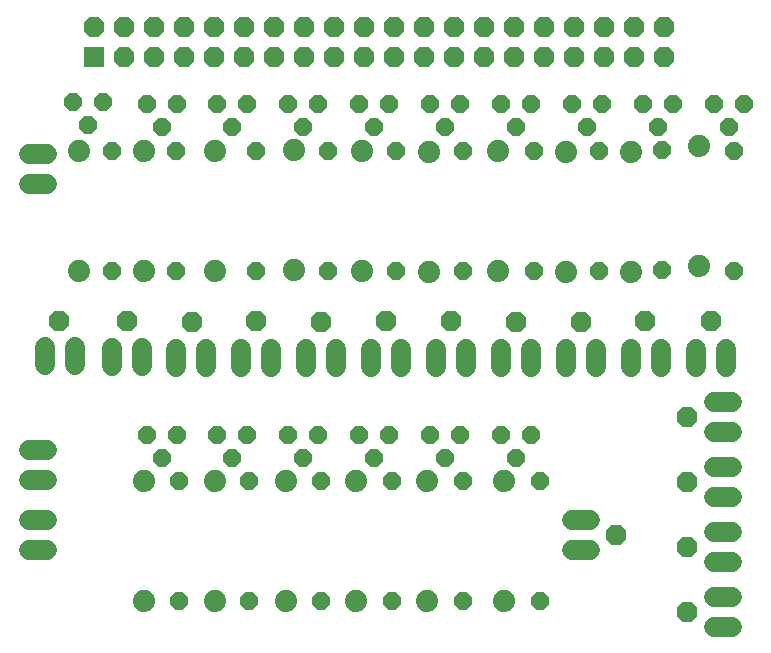
<source format=gbr>
G04 EAGLE Gerber RS-274X export*
G75*
%MOMM*%
%FSLAX34Y34*%
%LPD*%
%INSoldermask Top*%
%IPPOS*%
%AMOC8*
5,1,8,0,0,1.08239X$1,22.5*%
G01*
%ADD10C,1.879600*%
%ADD11C,1.727200*%
%ADD12P,1.869504X8X22.500000*%
%ADD13R,1.727200X1.727200*%
%ADD14P,1.649562X8X112.500000*%
%ADD15P,1.649562X8X202.500000*%
%ADD16P,1.649562X8X292.500000*%


D10*
X70000Y425800D03*
X70000Y324200D03*
D11*
X67030Y259220D02*
X67030Y243980D01*
X41630Y243980D02*
X41630Y259220D01*
D12*
X53290Y281440D03*
D13*
X82630Y505300D03*
D12*
X108030Y505300D03*
X133430Y505300D03*
X158830Y505300D03*
X184230Y505300D03*
X209630Y505300D03*
X82630Y530700D03*
X108030Y530700D03*
X133430Y530700D03*
X158830Y530700D03*
X184230Y530700D03*
X209630Y530700D03*
X235030Y505300D03*
X235030Y530700D03*
X260430Y505300D03*
X285830Y505300D03*
X311230Y505300D03*
X336630Y505300D03*
X362030Y505300D03*
X387430Y505300D03*
X260430Y530700D03*
X285830Y530700D03*
X311230Y530700D03*
X336630Y530700D03*
X362030Y530700D03*
X387430Y530700D03*
X412830Y505300D03*
X412830Y530700D03*
X438230Y505300D03*
X463630Y505300D03*
X489030Y505300D03*
X514430Y505300D03*
X539830Y505300D03*
X565230Y505300D03*
X438230Y530700D03*
X463630Y530700D03*
X489030Y530700D03*
X514430Y530700D03*
X539830Y530700D03*
X565230Y530700D03*
D14*
X98230Y324300D03*
X98230Y425900D03*
D15*
X65100Y466870D03*
X77800Y447820D03*
X90500Y466870D03*
D14*
X152460Y324200D03*
X152460Y425800D03*
D10*
X125000Y425800D03*
X125000Y324200D03*
D15*
X127300Y465000D03*
X140000Y445950D03*
X152700Y465000D03*
D11*
X98000Y258850D02*
X98000Y243610D01*
X123400Y243610D02*
X123400Y258850D01*
D12*
X111110Y281350D03*
D14*
X220000Y324200D03*
X220000Y425800D03*
D10*
X185000Y425800D03*
X185000Y324200D03*
D15*
X187300Y465000D03*
X200000Y445950D03*
X212700Y465000D03*
D11*
X152300Y257620D02*
X152300Y242380D01*
X177700Y242380D02*
X177700Y257620D01*
D12*
X165550Y280950D03*
D16*
X281270Y425800D03*
X281270Y324200D03*
D10*
X251890Y426120D03*
X251890Y324520D03*
D15*
X247300Y465000D03*
X260000Y445950D03*
X272700Y465000D03*
D11*
X207300Y257620D02*
X207300Y242380D01*
X232700Y242380D02*
X232700Y257620D01*
D12*
X220000Y281270D03*
D14*
X338650Y324200D03*
X338650Y425800D03*
D10*
X310000Y425800D03*
X310000Y324200D03*
D15*
X307300Y465000D03*
X320000Y445950D03*
X332700Y465000D03*
D11*
X262300Y257620D02*
X262300Y242380D01*
X287700Y242380D02*
X287700Y257620D01*
D12*
X275000Y281110D03*
D14*
X395000Y324200D03*
X395000Y425800D03*
D10*
X366190Y424530D03*
X366190Y322930D03*
D15*
X367300Y465000D03*
X380000Y445950D03*
X392700Y465000D03*
D11*
X317300Y257620D02*
X317300Y242380D01*
X342700Y242380D02*
X342700Y257620D01*
D12*
X330000Y281190D03*
D14*
X455000Y324200D03*
X455000Y425800D03*
D10*
X425000Y425800D03*
X425000Y324200D03*
D15*
X427300Y465000D03*
X440000Y445950D03*
X452700Y465000D03*
D11*
X372300Y257620D02*
X372300Y242380D01*
X397700Y242380D02*
X397700Y257620D01*
D12*
X385000Y281270D03*
D14*
X510000Y324200D03*
X510000Y425800D03*
D10*
X482460Y424530D03*
X482460Y322930D03*
D15*
X487300Y465000D03*
X500000Y445950D03*
X512700Y465000D03*
D11*
X427300Y257620D02*
X427300Y242380D01*
X452700Y242380D02*
X452700Y257620D01*
D12*
X440080Y280950D03*
D14*
X563900Y324550D03*
X563900Y426150D03*
D10*
X537460Y424530D03*
X537460Y322930D03*
D15*
X547300Y465000D03*
X560000Y445950D03*
X572700Y465000D03*
D11*
X482300Y257620D02*
X482300Y242380D01*
X507700Y242380D02*
X507700Y257620D01*
D12*
X494920Y281110D03*
D14*
X625000Y324200D03*
X625000Y425800D03*
D10*
X594920Y429530D03*
X594920Y327930D03*
D15*
X607300Y465000D03*
X620000Y445950D03*
X632700Y465000D03*
D11*
X537300Y257620D02*
X537300Y242380D01*
X562700Y242380D02*
X562700Y257620D01*
D12*
X549680Y281190D03*
D14*
X155000Y44200D03*
X155000Y145800D03*
D10*
X125000Y145800D03*
X125000Y44200D03*
D15*
X127300Y185000D03*
X140000Y165950D03*
X152700Y185000D03*
D11*
X592300Y242380D02*
X592300Y257620D01*
X617700Y257620D02*
X617700Y242380D01*
D12*
X605000Y281270D03*
D14*
X213730Y44200D03*
X213730Y145800D03*
D10*
X185000Y145800D03*
X185000Y44200D03*
D15*
X187300Y185000D03*
X200000Y165950D03*
X212700Y185000D03*
D11*
X607380Y22300D02*
X622620Y22300D01*
X622620Y47700D02*
X607380Y47700D01*
D12*
X585000Y35000D03*
D14*
X275000Y44200D03*
X275000Y145800D03*
D10*
X245000Y145800D03*
X245000Y44200D03*
D15*
X247300Y185000D03*
X260000Y165950D03*
X272700Y185000D03*
D11*
X607380Y77300D02*
X622620Y77300D01*
X622620Y102700D02*
X607380Y102700D01*
D12*
X585000Y90000D03*
D14*
X335000Y44200D03*
X335000Y145800D03*
D10*
X305000Y145800D03*
X305000Y44200D03*
D15*
X307300Y185000D03*
X320000Y165950D03*
X332700Y185000D03*
D11*
X607380Y132300D02*
X622620Y132300D01*
X622620Y157700D02*
X607380Y157700D01*
D12*
X585000Y145000D03*
D14*
X395000Y44200D03*
X395000Y145800D03*
D10*
X365000Y145800D03*
X365000Y44200D03*
D15*
X367300Y185000D03*
X380000Y165950D03*
X392700Y185000D03*
D11*
X607380Y187300D02*
X622620Y187300D01*
X622620Y212700D02*
X607380Y212700D01*
D12*
X585000Y200000D03*
D14*
X460000Y44200D03*
X460000Y145800D03*
D10*
X430000Y145800D03*
X430000Y44200D03*
D15*
X427300Y185000D03*
X440000Y165950D03*
X452700Y185000D03*
D11*
X487380Y87300D02*
X502620Y87300D01*
X502620Y112700D02*
X487380Y112700D01*
D12*
X525000Y100000D03*
D11*
X42700Y147300D02*
X27460Y147300D01*
X27460Y172700D02*
X42700Y172700D01*
X42700Y87300D02*
X27460Y87300D01*
X27460Y112700D02*
X42700Y112700D01*
X42620Y397300D02*
X27380Y397300D01*
X27380Y422700D02*
X42620Y422700D01*
M02*

</source>
